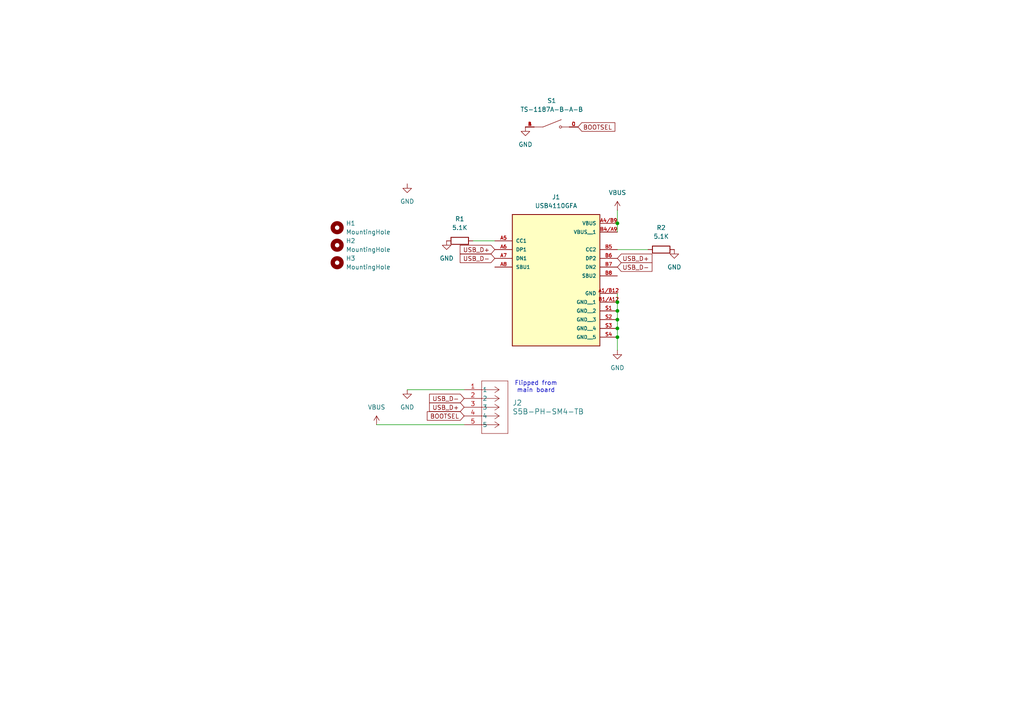
<source format=kicad_sch>
(kicad_sch (version 20231120) (generator "eeschema") (generator_version "8.0")
  (paper "A4")
  (lib_symbols
    (symbol "Device:R" (pin_numbers hide) (pin_names (offset 0))
      (property "Reference" "R" (at 2.032 0 90))
      (property "Value" "R" (at 0 0 90))
      (symbol "R_0_1"
        (rectangle (start -1.016 -2.54) (end 1.016 2.54) (stroke (width 0.254)))
      )
      (symbol "R_1_1"
        (pin passive line (at 0 3.81 270) (length 1.27) (name "~") (number "1"))
        (pin passive line (at 0 -3.81 90) (length 1.27) (name "~") (number "2"))
      )
    )
    (symbol "Mechanical:MountingHole" (pin_names (offset 1.016)) (exclude_from_sim yes) (in_bom no)
      (property "Reference" "H" (at 0 5.08 0))
      (property "Value" "MountingHole" (at 0 3.175 0))
      (symbol "MountingHole_0_1"
        (circle (center 0 0) (radius 1.27) (stroke (width 1.27)))
      )
    )
    (symbol "button:TS-1187A-B-A-B" (pin_names (offset 1.016))
      (property "Reference" "S" (at -2.54 2.54 0))
      (property "Value" "TS-1187A-B-A-B" (at -2.54 -2.54 0))
      (symbol "TS-1187A-B-A-B_0_0"
        (polyline (pts (xy -2.54 0) (xy -5.08 0)) (stroke (width 0.1524)))
        (polyline (pts (xy -2.54 0) (xy 2.794 2.1336)) (stroke (width 0.1524)))
        (polyline (pts (xy 5.08 0) (xy 2.921 0)) (stroke (width 0.1524)))
        (circle (center 2.54 0) (radius 0.3302) (stroke (width 0.1524)))
        (pin passive line (at -7.62 0 0) (length 2.54) (name "~") (number "A"))
        (pin passive line (at -7.62 0 0) (length 2.54) (name "~") (number "B"))
        (pin passive line (at 7.62 0 180) (length 2.54) (name "~") (number "C"))
        (pin passive line (at 7.62 0 180) (length 2.54) (name "~") (number "D"))
      )
    )
    (symbol "connector:S5B-PH-SM4-TB" (pin_names (offset 0.254))
      (property "Reference" "J" (at 8.89 6.35 0))
      (property "Value" "S5B-PH-SM4-TB" (at 0 0 0))
      (symbol "S5B-PH-SM4-TB_1_1"
        (polyline (pts (xy 5.08 -12.7) (xy 12.7 -12.7)) (stroke (width 0.127)))
        (polyline (pts (xy 5.08 2.54) (xy 5.08 -12.7)) (stroke (width 0.127)))
        (polyline (pts (xy 10.16 -10.16) (xy 5.08 -10.16)) (stroke (width 0.127)))
        (polyline (pts (xy 10.16 -10.16) (xy 8.89 -11.0067)) (stroke (width 0.127)))
        (polyline (pts (xy 10.16 -10.16) (xy 8.89 -9.3133)) (stroke (width 0.127)))
        (polyline (pts (xy 10.16 -7.62) (xy 5.08 -7.62)) (stroke (width 0.127)))
        (polyline (pts (xy 10.16 -7.62) (xy 8.89 -8.4667)) (stroke (width 0.127)))
        (polyline (pts (xy 10.16 -7.62) (xy 8.89 -6.7733)) (stroke (width 0.127)))
        (polyline (pts (xy 10.16 -5.08) (xy 5.08 -5.08)) (stroke (width 0.127)))
        (polyline (pts (xy 10.16 -5.08) (xy 8.89 -5.9267)) (stroke (width 0.127)))
        (polyline (pts (xy 10.16 -5.08) (xy 8.89 -4.2333)) (stroke (width 0.127)))
        (polyline (pts (xy 10.16 -2.54) (xy 5.08 -2.54)) (stroke (width 0.127)))
        (polyline (pts (xy 10.16 -2.54) (xy 8.89 -3.3867)) (stroke (width 0.127)))
        (polyline (pts (xy 10.16 -2.54) (xy 8.89 -1.6933)) (stroke (width 0.127)))
        (polyline (pts (xy 10.16 0) (xy 5.08 0)) (stroke (width 0.127)))
        (polyline (pts (xy 10.16 0) (xy 8.89 -0.8467)) (stroke (width 0.127)))
        (polyline (pts (xy 10.16 0) (xy 8.89 0.8467)) (stroke (width 0.127)))
        (polyline (pts (xy 12.7 -12.7) (xy 12.7 2.54)) (stroke (width 0.127)))
        (polyline (pts (xy 12.7 2.54) (xy 5.08 2.54)) (stroke (width 0.127)))
        (pin unspecified line (at 0 0 0) (length 5.08) (name "1") (number "1"))
        (pin unspecified line (at 0 -2.54 0) (length 5.08) (name "2") (number "2"))
        (pin unspecified line (at 0 -5.08 0) (length 5.08) (name "3") (number "3"))
        (pin unspecified line (at 0 -7.62 0) (length 5.08) (name "4") (number "4"))
        (pin unspecified line (at 0 -10.16 0) (length 5.08) (name "5") (number "5"))
      )
      (symbol "S5B-PH-SM4-TB_1_2"
        (polyline (pts (xy 5.08 -12.7) (xy 12.7 -12.7)) (stroke (width 0.127)))
        (polyline (pts (xy 5.08 2.54) (xy 5.08 -12.7)) (stroke (width 0.127)))
        (polyline (pts (xy 7.62 -10.16) (xy 5.08 -10.16)) (stroke (width 0.127)))
        (polyline (pts (xy 7.62 -10.16) (xy 8.89 -11.0067)) (stroke (width 0.127)))
        (polyline (pts (xy 7.62 -10.16) (xy 8.89 -9.3133)) (stroke (width 0.127)))
        (polyline (pts (xy 7.62 -7.62) (xy 5.08 -7.62)) (stroke (width 0.127)))
        (polyline (pts (xy 7.62 -7.62) (xy 8.89 -8.4667)) (stroke (width 0.127)))
        (polyline (pts (xy 7.62 -7.62) (xy 8.89 -6.7733)) (stroke (width 0.127)))
        (polyline (pts (xy 7.62 -5.08) (xy 5.08 -5.08)) (stroke (width 0.127)))
        (polyline (pts (xy 7.62 -5.08) (xy 8.89 -5.9267)) (stroke (width 0.127)))
        (polyline (pts (xy 7.62 -5.08) (xy 8.89 -4.2333)) (stroke (width 0.127)))
        (polyline (pts (xy 7.62 -2.54) (xy 5.08 -2.54)) (stroke (width 0.127)))
        (polyline (pts (xy 7.62 -2.54) (xy 8.89 -3.3867)) (stroke (width 0.127)))
        (polyline (pts (xy 7.62 -2.54) (xy 8.89 -1.6933)) (stroke (width 0.127)))
        (polyline (pts (xy 7.62 0) (xy 5.08 0)) (stroke (width 0.127)))
        (polyline (pts (xy 7.62 0) (xy 8.89 -0.8467)) (stroke (width 0.127)))
        (polyline (pts (xy 7.62 0) (xy 8.89 0.8467)) (stroke (width 0.127)))
        (polyline (pts (xy 12.7 -12.7) (xy 12.7 2.54)) (stroke (width 0.127)))
        (polyline (pts (xy 12.7 2.54) (xy 5.08 2.54)) (stroke (width 0.127)))
        (pin unspecified line (at 0 0 0) (length 5.08) (name "1") (number "1"))
        (pin unspecified line (at 0 -2.54 0) (length 5.08) (name "2") (number "2"))
        (pin unspecified line (at 0 -5.08 0) (length 5.08) (name "3") (number "3"))
        (pin unspecified line (at 0 -7.62 0) (length 5.08) (name "4") (number "4"))
        (pin unspecified line (at 0 -10.16 0) (length 5.08) (name "5") (number "5"))
      )
    )
    (symbol "connector:USB4110GFA" (pin_names (offset 1.016))
      (property "Reference" "J" (at -12.7 11.43 0))
      (property "Value" "USB4110GFA" (at -12.7 -30.48 0))
      (symbol "USB4110GFA_0_0"
        (rectangle (start -12.7 -27.94) (end 12.7 10.16) (stroke (width 0.254)) (fill (type background)))
        (pin power_in line (at 17.78 -12.7 180) (length 5.08) (name "GND") (number "A1/B12"))
        (pin power_in line (at 17.78 7.62 180) (length 5.08) (name "VBUS") (number "A4/B9"))
        (pin bidirectional line (at -17.78 2.54 0) (length 5.08) (name "CC1") (number "A5"))
        (pin bidirectional line (at -17.78 0 0) (length 5.08) (name "DP1") (number "A6"))
        (pin bidirectional line (at -17.78 -2.54 0) (length 5.08) (name "DN1") (number "A7"))
        (pin bidirectional line (at -17.78 -5.08 0) (length 5.08) (name "SBU1") (number "A8"))
        (pin power_in line (at 17.78 -15.24 180) (length 5.08) (name "GND__1") (number "B1/A12"))
        (pin power_in line (at 17.78 5.08 180) (length 5.08) (name "VBUS__1") (number "B4/A9"))
        (pin bidirectional line (at 17.78 0 180) (length 5.08) (name "CC2") (number "B5"))
        (pin bidirectional line (at 17.78 -2.54 180) (length 5.08) (name "DP2") (number "B6"))
        (pin bidirectional line (at 17.78 -5.08 180) (length 5.08) (name "DN2") (number "B7"))
        (pin bidirectional line (at 17.78 -7.62 180) (length 5.08) (name "SBU2") (number "B8"))
        (pin power_in line (at 17.78 -17.78 180) (length 5.08) (name "GND__2") (number "S1"))
        (pin power_in line (at 17.78 -20.32 180) (length 5.08) (name "GND__3") (number "S2"))
        (pin power_in line (at 17.78 -22.86 180) (length 5.08) (name "GND__4") (number "S3"))
        (pin power_in line (at 17.78 -25.4 180) (length 5.08) (name "GND__5") (number "S4"))
      )
    )
    (symbol "power:GND" (power) (pin_numbers hide) (pin_names (offset 0) hide)
      (property "Value" "GND" (at 0 -3.81 0))
      (symbol "GND_0_1"
        (polyline (pts (xy 0 0) (xy 0 -1.27) (xy 1.27 -1.27) (xy 0 -2.54) (xy -1.27 -1.27) (xy 0 -1.27)))
      )
      (symbol "GND_1_1"
        (pin power_in line (at 0 0 270) (length 0) (name "~") (number "1"))
      )
    )
    (symbol "power:VBUS" (power) (pin_numbers hide) (pin_names (offset 0) hide)
      (property "Value" "VBUS" (at 0 3.556 0))
      (symbol "VBUS_0_1"
        (polyline (pts (xy -0.762 1.27) (xy 0 2.54)))
        (polyline (pts (xy 0 0) (xy 0 2.54)))
        (polyline (pts (xy 0 2.54) (xy 0.762 1.27)))
      )
      (symbol "VBUS_1_1"
        (pin power_in line (at 0 0 90) (length 0) (name "~") (number "1"))
      )
    )
  )
  (junction (at 179.07 92.71))
  (junction (at 179.07 64.77))
  (junction (at 179.07 97.79))
  (junction (at 179.07 87.63))
  (junction (at 179.07 90.17))
  (junction (at 179.07 95.25))
  (wire (pts (xy 179.07 72.39) (xy 187.96 72.39)))
  (wire (pts (xy 109.22 123.19) (xy 134.62 123.19)))
  (wire (pts (xy 118.11 113.03) (xy 134.62 113.03)))
  (wire (pts (xy 179.07 64.77) (xy 179.07 67.31)))
  (wire (pts (xy 179.07 97.79) (xy 179.07 101.6)))
  (wire (pts (xy 137.16 69.85) (xy 143.51 69.85)))
  (wire (pts (xy 179.07 90.17) (xy 179.07 92.71)))
  (wire (pts (xy 179.07 87.63) (xy 179.07 90.17)))
  (wire (pts (xy 179.07 95.25) (xy 179.07 97.79)))
  (wire (pts (xy 179.07 92.71) (xy 179.07 95.25)))
  (wire (pts (xy 179.07 85.09) (xy 179.07 87.63)))
  (wire (pts (xy 179.07 60.96) (xy 179.07 64.77)))
  (text "Flipped from\nmain board" (at 155.448 112.268 0) (effects (font (size 1.27 1.27))))
  (global_label "USB_D+" (shape input) (at 179.07 74.93 0) (property "Intersheetrefs" "${INTERSHEET_REFS}" (effects (hide yes))))
  (global_label "USB_D+" (shape input) (at 143.51 72.39 180) (property "Intersheetrefs" "${INTERSHEET_REFS}" (effects (hide yes))))
  (global_label "USB_D-" (shape input) (at 134.62 115.57 180) (property "Intersheetrefs" "${INTERSHEET_REFS}" (effects (hide yes))))
  (global_label "USB_D-" (shape input) (at 179.07 77.47 0) (property "Intersheetrefs" "${INTERSHEET_REFS}" (effects (hide yes))))
  (global_label "BOOTSEL" (shape input) (at 134.62 120.65 180) (property "Intersheetrefs" "${INTERSHEET_REFS}" (effects (hide yes))))
  (global_label "USB_D+" (shape input) (at 134.62 118.11 180) (property "Intersheetrefs" "${INTERSHEET_REFS}" (effects (hide yes))))
  (global_label "USB_D-" (shape input) (at 143.51 74.93 180) (property "Intersheetrefs" "${INTERSHEET_REFS}" (effects (hide yes))))
  (global_label "BOOTSEL" (shape input) (at 167.64 36.83 0) (property "Intersheetrefs" "${INTERSHEET_REFS}" (effects (hide yes))))
  (symbol (lib_id "power:GND") (at 195.58 72.39 0) (unit 1)
    (property "Reference" "#PWR03" (effects (hide yes)))
    (property "Value" "GND" (at 195.58 77.47 0))
    (property "Description" "Power symbol creates a global label with name \"GND\" , ground" (effects (hide yes)))
  )
  (symbol (lib_id "power:GND") (at 152.4 36.83 0) (unit 1)
    (property "Reference" "#PWR01" (effects (hide yes)))
    (property "Value" "GND" (at 152.4 41.91 0))
    (property "Description" "Power symbol creates a global label with name \"GND\" , ground" (effects (hide yes)))
  )
  (symbol (lib_id "button:TS-1187A-B-A-B") (at 160.02 36.83 0) (unit 1)
    (property "Reference" "S1" (at 160.02 29.21 0))
    (property "Value" "TS-1187A-B-A-B" (at 160.02 31.75 0))
    (property "Footprint" "button:TS_1187A_B_A_B" (effects (hide yes)))
    (property "MF" "XKB Industrial Precision" (effects (hide yes)))
    (property "MAXIMUM_PACKAGE_HEIGHT" "1.5mm" (effects (hide yes)))
    (property "Package" "Package" (effects (hide yes)))
    (property "Price" "None" (effects (hide yes)))
    (property "Check_prices" "https://www.snapeda.com/parts/TS-1187A-B-A-B/XKB+Industrial+Precision/view-part/?ref=eda" (effects (hide yes)))
    (property "STANDARD" "Manufacturer Recommendations" (effects (hide yes)))
    (property "PARTREV" "A0" (effects (hide yes)))
    (property "SnapEDA_Link" "https://www.snapeda.com/parts/TS-1187A-B-A-B/XKB+Industrial+Precision/view-part/?ref=snap" (effects (hide yes)))
    (property "MP" "TS-1187A-B-A-B" (effects (hide yes)))
    (property "Description_1" "\nTS-1187A-B-A-B XKB Connectivity\n" (effects (hide yes)))
    (property "Availability" "Not in stock" (effects (hide yes)))
    (property "MANUFACTURER" "XKB Industrial Precision" (effects (hide yes)))
  )
  (symbol (lib_id "Device:R") (at 191.77 72.39 90) (unit 1)
    (property "Reference" "R2" (at 191.77 66.04 90))
    (property "Value" "5.1K" (at 191.77 68.58 90))
    (property "Footprint" "Resistor_SMD:R_1206_3216Metric_Pad1.30x1.75mm_HandSolder" (effects (hide yes)))
    (property "Description" "Resistor" (effects (hide yes)))
  )
  (symbol (lib_id "connector:S5B-PH-SM4-TB") (at 134.62 113.03 0) (unit 1)
    (property "Reference" "J2" (at 148.59 116.8399 0) (effects (font (size 1.524 1.524)) (justify left)))
    (property "Value" "S5B-PH-SM4-TB" (at 148.59 119.3799 0) (effects (font (size 1.524 1.524)) (justify left)))
    (property "Footprint" "connector:S5B_PH_SM4_TB" (effects (hide yes)))
    (property "Datasheet" "S5B-PH-SM4-TB" (effects (hide yes)))
  )
  (symbol (lib_id "Mechanical:MountingHole") (at 97.79 71.12 0) (unit 1) (exclude_from_sim yes) (in_bom no)
    (property "Reference" "H2" (at 100.33 69.8499 0) (effects (justify left)))
    (property "Value" "MountingHole" (at 100.33 72.3899 0) (effects (justify left)))
    (property "Footprint" "MountingHole:MountingHole_2.2mm_M2" (effects (hide yes)))
    (property "Description" "Mounting Hole without connection" (effects (hide yes)))
  )
  (symbol (lib_id "power:GND") (at 118.11 113.03 0) (unit 1)
    (property "Reference" "#PWR07" (effects (hide yes)))
    (property "Value" "GND" (at 118.11 118.11 0))
    (property "Description" "Power symbol creates a global label with name \"GND\" , ground" (effects (hide yes)))
  )
  (symbol (lib_id "power:GND") (at 129.54 69.85 0) (unit 1)
    (property "Reference" "#PWR04" (effects (hide yes)))
    (property "Value" "GND" (at 129.54 74.93 0))
    (property "Description" "Power symbol creates a global label with name \"GND\" , ground" (effects (hide yes)))
  )
  (symbol (lib_id "Device:R") (at 133.35 69.85 90) (unit 1)
    (property "Reference" "R1" (at 133.35 63.5 90))
    (property "Value" "5.1K" (at 133.35 66.04 90))
    (property "Footprint" "Resistor_SMD:R_1206_3216Metric_Pad1.30x1.75mm_HandSolder" (effects (hide yes)))
    (property "Description" "Resistor" (effects (hide yes)))
  )
  (symbol (lib_id "Mechanical:MountingHole") (at 97.79 66.04 0) (unit 1) (exclude_from_sim yes) (in_bom no)
    (property "Reference" "H1" (at 100.33 64.7699 0) (effects (justify left)))
    (property "Value" "MountingHole" (at 100.33 67.3099 0) (effects (justify left)))
    (property "Footprint" "MountingHole:MountingHole_2.2mm_M2" (effects (hide yes)))
    (property "Description" "Mounting Hole without connection" (effects (hide yes)))
  )
  (symbol (lib_id "power:GND") (at 179.07 101.6 0) (unit 1)
    (property "Reference" "#PWR05" (effects (hide yes)))
    (property "Value" "GND" (at 179.07 106.68 0))
    (property "Description" "Power symbol creates a global label with name \"GND\" , ground" (effects (hide yes)))
  )
  (symbol (lib_id "power:GND") (at 118.11 53.34 0) (unit 1)
    (property "Reference" "#PWR02" (effects (hide yes)))
    (property "Value" "GND" (at 118.11 58.42 0))
    (property "Description" "Power symbol creates a global label with name \"GND\" , ground" (effects (hide yes)))
  )
  (symbol (lib_id "power:VBUS") (at 109.22 123.19 0) (unit 1)
    (property "Reference" "#PWR08" (effects (hide yes)))
    (property "Value" "VBUS" (at 109.22 118.11 0))
    (property "Description" "Power symbol creates a global label with name \"VBUS\"" (effects (hide yes)))
  )
  (symbol (lib_id "power:VBUS") (at 179.07 60.96 0) (unit 1)
    (property "Reference" "#PWR06" (effects (hide yes)))
    (property "Value" "VBUS" (at 179.07 55.88 0))
    (property "Description" "Power symbol creates a global label with name \"VBUS\"" (effects (hide yes)))
  )
  (symbol (lib_id "connector:USB4110GFA") (at 161.29 72.39 0) (unit 1)
    (property "Reference" "J1" (at 161.29 57.15 0))
    (property "Value" "USB4110GFA" (at 161.29 59.69 0))
    (property "Footprint" "connector:USB4110_GF_A" (effects (hide yes)))
    (property "MF" "GCT" (effects (hide yes)))
    (property "Description_1" "USB-C (USB TYPE-C) USB 2.0 Receptacle Connector 24 (16+8 Dummy) Position Surface Mount, Right Angle; Through Hole" (effects (hide yes)))
    (property "Package" "None" (effects (hide yes)))
    (property "Price" "None" (effects (hide yes)))
    (property "MP" "USB4110GFA" (effects (hide yes)))
    (property "Availability" "In Stock" (effects (hide yes)))
  )
  (symbol (lib_id "Mechanical:MountingHole") (at 97.79 76.2 0) (unit 1) (exclude_from_sim yes) (in_bom no)
    (property "Reference" "H3" (at 100.33 74.9299 0) (effects (justify left)))
    (property "Value" "MountingHole" (at 100.33 77.4699 0) (effects (justify left)))
    (property "Footprint" "MountingHole:MountingHole_2.2mm_M2" (effects (hide yes)))
    (property "Description" "Mounting Hole without connection" (effects (hide yes)))
  )
)
</source>
